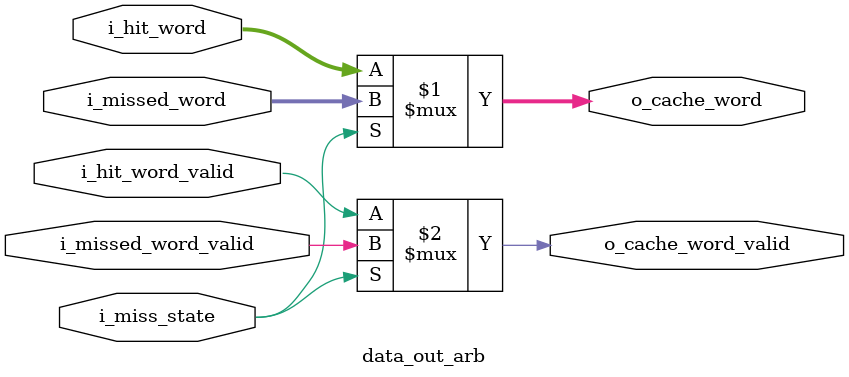
<source format=v>
`timescale 1ns/1ps

module data_out_arb (
    input   wire    [READ_WORD_WIDTH-1:0]   i_missed_word,
    input   wire                            i_missed_word_valid,

    input   wire    [READ_WORD_WIDTH-1:0]   i_hit_word,
    input   wire                            i_hit_word_valid, 

    input   wire                            i_miss_state,

    output  wire    [READ_WORD_WIDTH-1:0]   o_cache_word,
    output  wire                            o_cache_word_valid
);

    localparam READ_WORD_WIDTH = 20;

    assign o_cache_word         = i_miss_state ? i_missed_word : i_hit_word;
    assign o_cache_word_valid   = i_miss_state ? i_missed_word_valid : i_hit_word_valid;
    
endmodule
</source>
